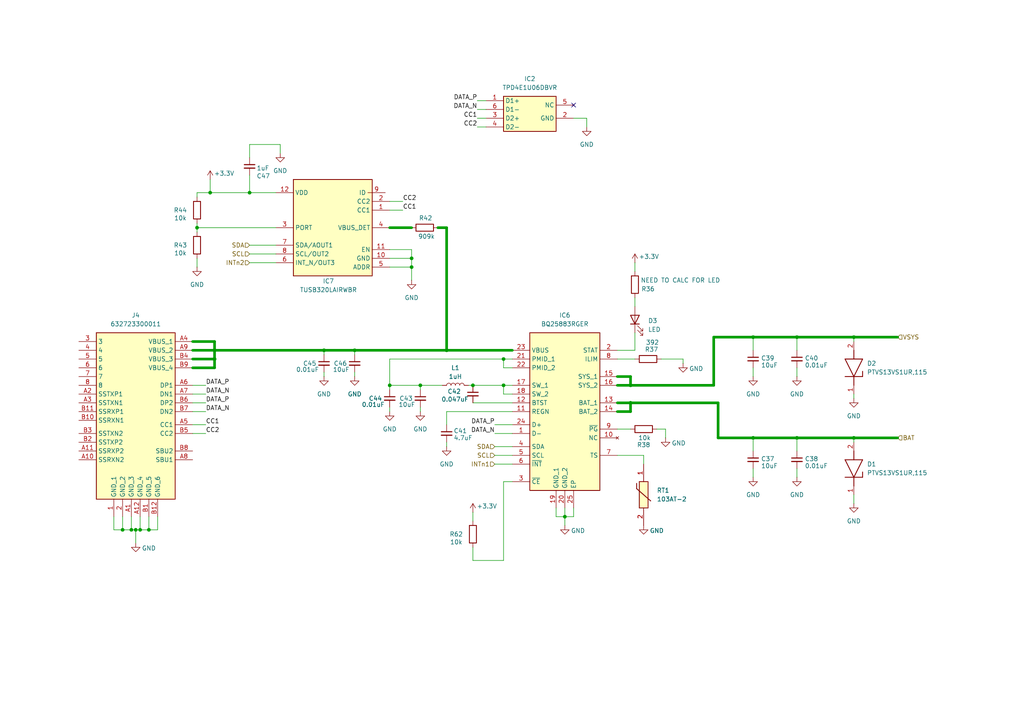
<source format=kicad_sch>
(kicad_sch (version 20250114) (generator "eeschema") (generator_version "9.0")
  (paper "A4")
  (lib_symbols
    (symbol "103AT-2:103AT-2" (pin_names (hide yes))
      (property "Reference" "RT" (at 13.97 6.35 0))
      (property "Value" "103AT-2" (at 13.97 3.81 0))
      (symbol "103AT-2_1_1"
        (rectangle (start 5.08 1.27) (end 12.7 -1.27) (stroke (width 0.254)) (fill (type background)))
        (polyline (pts (xy 5.588 -2.032) (xy 7.112 -2.032)) (stroke (width 0.254)))
        (polyline (pts (xy 10.668 2.032) (xy 7.112 -2.032)) (stroke (width 0.254)))
        (pin passive line (at 0 0 0) (length 5.08) (name "1") (number "1"))
        (pin passive line (at 17.78 0 180) (length 5.08) (name "2") (number "2"))
      )
    )
    (symbol "632723300011:632723300011"
      (property "Reference" "J3" (at 16.51 7.62 0))
      (property "Value" "632723300011" (at 16.51 5.08 0))
      (symbol "632723300011_1_1"
        (rectangle (start 5.08 2.54) (end 27.94 -45.72) (stroke (width 0.254)) (fill (type background)))
        (pin passive line (at 0 0 0) (length 5.08) (name "3") (number "3"))
        (pin passive line (at 0 -2.54 0) (length 5.08) (name "4") (number "4"))
        (pin passive line (at 0 -5.08 0) (length 5.08) (name "5") (number "5"))
        (pin passive line (at 0 -7.62 0) (length 5.08) (name "6") (number "6"))
        (pin passive line (at 0 -10.16 0) (length 5.08) (name "7") (number "7"))
        (pin passive line (at 0 -12.7 0) (length 5.08) (name "8") (number "8"))
        (pin passive line (at 0 -15.24 0) (length 5.08) (name "SSTXP1") (number "A2"))
        (pin passive line (at 0 -17.78 0) (length 5.08) (name "SSTXN1") (number "A3"))
        (pin passive line (at 0 -20.32 0) (length 5.08) (name "SSRXP1") (number "B11"))
        (pin passive line (at 0 -22.86 0) (length 5.08) (name "SSRXN1") (number "B10"))
        (pin passive line (at 0 -26.67 0) (length 5.08) (name "SSTXN2") (number "B3"))
        (pin passive line (at 0 -29.21 0) (length 5.08) (name "SSTXP2") (number "B2"))
        (pin passive line (at 0 -31.75 0) (length 5.08) (name "SSRXP2") (number "A11"))
        (pin passive line (at 0 -34.29 0) (length 5.08) (name "SSRXN2") (number "A10"))
        (pin passive line (at 10.16 -50.8 90) (length 5.08) (name "GND_1") (number "1"))
        (pin passive line (at 12.7 -50.8 90) (length 5.08) (name "GND_2") (number "2"))
        (pin passive line (at 15.24 -50.8 90) (length 5.08) (name "GND_3") (number "A1"))
        (pin passive line (at 17.78 -50.8 90) (length 5.08) (name "GND_4") (number "A12"))
        (pin passive line (at 20.32 -50.8 90) (length 5.08) (name "GND_5") (number "B1"))
        (pin passive line (at 22.86 -50.8 90) (length 5.08) (name "GND_6") (number "B12"))
        (pin passive line (at 33.02 0 180) (length 5.08) (name "VBUS_1") (number "A4"))
        (pin passive line (at 33.02 -2.54 180) (length 5.08) (name "VBUS_2") (number "A9"))
        (pin passive line (at 33.02 -5.08 180) (length 5.08) (name "VBUS_3") (number "B4"))
        (pin passive line (at 33.02 -7.62 180) (length 5.08) (name "VBUS_4") (number "B9"))
        (pin passive line (at 33.02 -12.7 180) (length 5.08) (name "DP1") (number "A6"))
        (pin passive line (at 33.02 -15.24 180) (length 5.08) (name "DN1") (number "A7"))
        (pin passive line (at 33.02 -17.78 180) (length 5.08) (name "DP2") (number "B6"))
        (pin passive line (at 33.02 -20.32 180) (length 5.08) (name "DN2") (number "B7"))
        (pin passive line (at 33.02 -24.13 180) (length 5.08) (name "CC1") (number "A5"))
        (pin passive line (at 33.02 -26.67 180) (length 5.08) (name "CC2") (number "B5"))
        (pin passive line (at 33.02 -31.75 180) (length 5.08) (name "SBU2") (number "B8"))
        (pin passive line (at 33.02 -34.29 180) (length 5.08) (name "SBU1") (number "A8"))
      )
    )
    (symbol "BQ25883RGER_1"
      (property "Reference" "IC6" (at 15.24 19.05 0))
      (property "Value" "BQ25883RGER" (at 15.24 16.51 0))
      (symbol "BQ25883RGER_1_1_1"
        (rectangle (start 5.08 13.97) (end 25.4 -31.75) (stroke (width 0.254)) (fill (type background)))
        (pin passive line (at 0 8.89 0) (length 5.08) (name "VBUS") (number "23"))
        (pin passive line (at 0 6.35 0) (length 5.08) (name "PMID_1") (number "21"))
        (pin passive line (at 0 3.81 0) (length 5.08) (name "PMID_2") (number "22"))
        (pin passive line (at 0 -1.27 0) (length 5.08) (name "SW_1") (number "17"))
        (pin passive line (at 0 -3.81 0) (length 5.08) (name "SW_2") (number "18"))
        (pin passive line (at 0 -6.35 0) (length 5.08) (name "BTST") (number "12"))
        (pin passive line (at 0 -8.89 0) (length 5.08) (name "REGN") (number "11"))
        (pin passive line (at 0 -12.7 0) (length 5.08) (name "D+") (number "24"))
        (pin passive line (at 0 -15.24 0) (length 5.08) (name "D-") (number "1"))
        (pin passive line (at 0 -19.05 0) (length 5.08) (name "SDA") (number "4"))
        (pin passive line (at 0 -21.59 0) (length 5.08) (name "SCL") (number "5"))
        (pin passive line (at 0 -24.13 0) (length 5.08) (name "~{INT}") (number "6"))
        (pin passive line (at 0 -29.21 0) (length 5.08) (name "~{CE}") (number "3"))
        (pin passive line (at 12.7 -36.83 90) (length 5.08) (name "GND_1") (number "19"))
        (pin passive line (at 15.24 -36.83 90) (length 5.08) (name "GND_2") (number "20"))
        (pin passive line (at 17.78 -36.83 90) (length 5.08) (name "EP") (number "25"))
        (pin passive line (at 30.48 8.89 180) (length 5.08) (name "STAT") (number "2"))
        (pin passive line (at 30.48 6.35 180) (length 5.08) (name "ILIM") (number "8"))
        (pin passive line (at 30.48 1.27 180) (length 5.08) (name "SYS_1") (number "15"))
        (pin passive line (at 30.48 -1.27 180) (length 5.08) (name "SYS_2") (number "16"))
        (pin passive line (at 30.48 -6.35 180) (length 5.08) (name "BAT_1") (number "13"))
        (pin passive line (at 30.48 -8.89 180) (length 5.08) (name "BAT_2") (number "14"))
        (pin passive line (at 30.48 -13.97 180) (length 5.08) (name "~{PG}") (number "9"))
        (pin no_connect line (at 30.48 -16.51 180) (length 5.08) (name "NC") (number "10"))
        (pin passive line (at 30.48 -21.59 180) (length 5.08) (name "TS") (number "7"))
      )
    )
    (symbol "Device:C_Small" (pin_numbers (hide yes)) (pin_names (offset 0.254) (hide yes))
      (property "Reference" "C" (at 0.254 1.778 0))
      (property "Value" "C_Small" (at 0.254 -2.032 0))
      (symbol "C_Small_0_1"
        (polyline (pts (xy -1.524 0.508) (xy 1.524 0.508)) (stroke (width 0.3048)))
        (polyline (pts (xy -1.524 -0.508) (xy 1.524 -0.508)) (stroke (width 0.3302)))
      )
      (symbol "C_Small_1_1"
        (pin passive line (at 0 2.54 270) (length 2.032) (name "~") (number "1"))
        (pin passive line (at 0 -2.54 90) (length 2.032) (name "~") (number "2"))
      )
    )
    (symbol "Device:L" (pin_numbers (hide yes)) (pin_names (offset 1.016) (hide yes))
      (property "Reference" "L" (at -1.27 0 90))
      (property "Value" "L" (at 1.905 0 90))
      (symbol "L_0_1"
        (arc (start 0 2.54) (mid 0.6323 1.905) (end 0 1.27))
        (arc (start 0 1.27) (mid 0.6323 0.635) (end 0 0))
        (arc (start 0 0) (mid 0.6323 -0.635) (end 0 -1.27))
        (arc (start 0 -1.27) (mid 0.6323 -1.905) (end 0 -2.54))
      )
      (symbol "L_1_1"
        (pin passive line (at 0 3.81 270) (length 1.27) (name "1") (number "1"))
        (pin passive line (at 0 -3.81 90) (length 1.27) (name "2") (number "2"))
      )
    )
    (symbol "Device:LED" (pin_numbers (hide yes)) (pin_names (offset 1.016) (hide yes))
      (property "Reference" "D" (at 0 2.54 0))
      (property "Value" "LED" (at 0 -2.54 0))
      (symbol "LED_0_1"
        (polyline (pts (xy -3.048 -0.762) (xy -4.572 -2.286) (xy -3.81 -2.286) (xy -4.572 -2.286) (xy -4.572 -1.524)))
        (polyline (pts (xy -1.778 -0.762) (xy -3.302 -2.286) (xy -2.54 -2.286) (xy -3.302 -2.286) (xy -3.302 -1.524)))
        (polyline (pts (xy -1.27 0) (xy 1.27 0)))
        (polyline (pts (xy -1.27 -1.27) (xy -1.27 1.27)) (stroke (width 0.254)))
        (polyline (pts (xy 1.27 -1.27) (xy 1.27 1.27) (xy -1.27 0) (xy 1.27 -1.27)) (stroke (width 0.254)))
      )
      (symbol "LED_1_1"
        (pin passive line (at -3.81 0 0) (length 2.54) (name "K") (number "1"))
        (pin passive line (at 3.81 0 180) (length 2.54) (name "A") (number "2"))
      )
    )
    (symbol "Device:R" (pin_numbers (hide yes)) (pin_names (offset 0))
      (property "Reference" "R" (at 2.032 0 90))
      (property "Value" "R" (at 0 0 90))
      (symbol "R_0_1"
        (rectangle (start -1.016 -2.54) (end 1.016 2.54) (stroke (width 0.254)))
      )
      (symbol "R_1_1"
        (pin passive line (at 0 3.81 270) (length 1.27) (name "~") (number "1"))
        (pin passive line (at 0 -3.81 90) (length 1.27) (name "~") (number "2"))
      )
    )
    (symbol "PTVS13VS1UR_115:PTVS13VS1UR,115" (pin_names (hide yes))
      (property "Reference" "D" (at 10.16 8.89 0))
      (property "Value" "PTVS13VS1UR,115" (at 10.16 6.35 0))
      (symbol "PTVS13VS1UR,115_1_1"
        (polyline (pts (xy 2.54 0) (xy 5.08 0)) (stroke (width 0.254)))
        (polyline (pts (xy 5.08 2.54) (xy 5.08 -2.54)) (stroke (width 0.254)))
        (polyline (pts (xy 5.08 0) (xy 10.16 2.54)) (stroke (width 0.254)))
        (polyline (pts (xy 5.08 -2.54) (xy 6.604 -2.54)) (stroke (width 0.254)))
        (polyline (pts (xy 10.16 -2.54) (xy 5.08 0)) (stroke (width 0.254)))
        (polyline (pts (xy 10.16 -2.54) (xy 10.16 2.54)) (stroke (width 0.254)))
        (polyline (pts (xy 12.7 0) (xy 10.16 0)) (stroke (width 0.254)))
        (pin passive line (at 0 0 0) (length 2.54) (name "K") (number "1"))
        (pin passive line (at 15.24 0 180) (length 2.54) (name "A") (number "2"))
      )
    )
    (symbol "TPD4E1U06DBVR:TPD4E1U06DBVR"
      (property "Reference" "IC2" (at 12.7 7.62 0))
      (property "Value" "TPD4E1U06DBVR" (at 12.7 5.08 0))
      (symbol "TPD4E1U06DBVR_1_1"
        (rectangle (start 5.08 2.54) (end 20.32 -7.62) (stroke (width 0.254)) (fill (type background)))
        (pin passive line (at 0 1.27 0) (length 5.08) (name "D1+") (number "1"))
        (pin passive line (at 0 -1.27 0) (length 5.08) (name "D1-") (number "6"))
        (pin passive line (at 0 -3.81 0) (length 5.08) (name "D2+") (number "3"))
        (pin passive line (at 0 -6.35 0) (length 5.08) (name "D2-") (number "4"))
        (pin no_connect line (at 25.4 0 180) (length 5.08) (name "NC") (number "5"))
        (pin passive line (at 25.4 -3.81 180) (length 5.08) (name "GND") (number "2"))
      )
    )
    (symbol "TUSB320LAIRWBR:TUSB320LAIRWBR"
      (property "Reference" "IC7" (at 15.24 -19.304 0))
      (property "Value" "TUSB320LAIRWBR" (at 15.24 -21.844 0))
      (symbol "TUSB320LAIRWBR_1_1"
        (rectangle (start 5.08 10.16) (end 27.94 -17.78) (stroke (width 0.254)) (fill (type background)))
        (pin passive line (at 0 6.35 0) (length 5.08) (name "VDD") (number "12"))
        (pin passive line (at 0 -3.81 0) (length 5.08) (name "PORT") (number "3"))
        (pin passive line (at 0 -8.89 0) (length 5.08) (name "SDA/AOUT1") (number "7"))
        (pin passive line (at 0 -11.43 0) (length 5.08) (name "SCL/OUT2") (number "8"))
        (pin passive line (at 0 -13.97 0) (length 5.08) (name "INT_N/OUT3") (number "6"))
        (pin passive line (at 31.75 6.35 180) (length 5.08) (name "ID") (number "9"))
        (pin passive line (at 33.02 3.81 180) (length 5.08) (name "CC2") (number "2"))
        (pin passive line (at 33.02 1.27 180) (length 5.08) (name "CC1") (number "1"))
        (pin passive line (at 33.02 -3.81 180) (length 5.08) (name "VBUS_DET") (number "4"))
        (pin passive line (at 33.02 -10.16 180) (length 5.08) (name "EN") (number "11"))
        (pin passive line (at 33.02 -12.7 180) (length 5.08) (name "GND") (number "10"))
        (pin passive line (at 33.02 -15.24 180) (length 5.08) (name "ADDR") (number "5"))
      )
    )
    (symbol "power:+3.3V" (power) (pin_numbers (hide yes)) (pin_names (offset 0) (hide yes))
      (property "Value" "+3.3V" (at 0 3.556 0))
      (symbol "+3.3V_0_1"
        (polyline (pts (xy -0.762 1.27) (xy 0 2.54)))
        (polyline (pts (xy 0 2.54) (xy 0.762 1.27)))
        (polyline (pts (xy 0 0) (xy 0 2.54)))
      )
      (symbol "+3.3V_1_1"
        (pin power_in line (at 0 0 90) (length 0) (name "~") (number "1"))
      )
    )
    (symbol "power:GND" (power) (pin_numbers (hide yes)) (pin_names (offset 0) (hide yes))
      (property "Value" "GND" (at 0 -3.81 0))
      (symbol "GND_0_1"
        (polyline (pts (xy 0 0) (xy 0 -1.27) (xy 1.27 -1.27) (xy 0 -2.54) (xy -1.27 -1.27) (xy 0 -1.27)))
      )
      (symbol "GND_1_1"
        (pin power_in line (at 0 0 270) (length 0) (name "~") (number "1"))
      )
    )
  )
  (junction (at 35.56 153.67))
  (junction (at 121.92 111.76))
  (junction (at 137.16 111.76))
  (junction (at 62.23 104.14))
  (junction (at 43.18 153.67))
  (junction (at 39.37 153.67))
  (junction (at 60.96 55.88))
  (junction (at 102.87 101.6))
  (junction (at 182.88 111.76))
  (junction (at 247.65 127))
  (junction (at 40.64 153.67))
  (junction (at 218.44 127))
  (junction (at 113.03 111.76))
  (junction (at 182.88 116.84))
  (junction (at 62.23 101.6))
  (junction (at 93.98 101.6))
  (junction (at 146.05 104.14))
  (junction (at 218.44 97.79))
  (junction (at 119.38 77.47))
  (junction (at 57.15 66.04))
  (junction (at 163.83 149.86))
  (junction (at 72.39 55.88))
  (junction (at 231.14 97.79))
  (junction (at 38.1 153.67))
  (junction (at 247.65 97.79))
  (junction (at 231.14 127))
  (junction (at 146.05 111.76))
  (junction (at 119.38 74.93))
  (junction (at 129.54 101.6))
  (no_connect (at 166.37 30.48))
  (wire (pts (xy 170.18 34.29) (xy 170.18 36.83)))
  (wire (pts (xy 137.16 111.76) (xy 146.05 111.76)))
  (wire (pts (xy 135.89 111.76) (xy 137.16 111.76)))
  (wire (pts (xy 72.39 73.66) (xy 80.01 73.66)))
  (wire (pts (xy 62.23 101.6) (xy 93.98 101.6)) (stroke (width 0.762)))
  (wire (pts (xy 148.59 139.7) (xy 146.05 139.7)))
  (wire (pts (xy 166.37 149.86) (xy 163.83 149.86)))
  (wire (pts (xy 55.88 111.76) (xy 59.69 111.76)))
  (wire (pts (xy 146.05 104.14) (xy 113.03 104.14)))
  (wire (pts (xy 146.05 106.68) (xy 146.05 104.14)))
  (wire (pts (xy 179.07 111.76) (xy 182.88 111.76)) (stroke (width 0.762)))
  (wire (pts (xy 231.14 97.79) (xy 228.6 97.79)))
  (wire (pts (xy 148.59 114.3) (xy 146.05 114.3)))
  (wire (pts (xy 138.43 36.83) (xy 140.97 36.83)))
  (wire (pts (xy 113.03 77.47) (xy 119.38 77.47)))
  (wire (pts (xy 231.14 130.81) (xy 231.14 127)))
  (wire (pts (xy 113.03 104.14) (xy 113.03 111.76)))
  (wire (pts (xy 137.16 162.56) (xy 146.05 162.56)))
  (wire (pts (xy 55.88 114.3) (xy 59.69 114.3)))
  (wire (pts (xy 137.16 116.84) (xy 148.59 116.84)))
  (wire (pts (xy 102.87 107.95) (xy 102.87 109.22)))
  (wire (pts (xy 231.14 97.79) (xy 247.65 97.79)) (stroke (width 0.762)))
  (wire (pts (xy 143.51 129.54) (xy 148.59 129.54)))
  (wire (pts (xy 218.44 127) (xy 231.14 127)) (stroke (width 0.762)))
  (wire (pts (xy 72.39 50.8) (xy 72.39 55.88)))
  (wire (pts (xy 247.65 97.79) (xy 260.35 97.79)) (stroke (width 0.762)))
  (wire (pts (xy 113.03 58.42) (xy 116.84 58.42)))
  (wire (pts (xy 113.03 111.76) (xy 113.03 113.03)))
  (wire (pts (xy 146.05 114.3) (xy 146.05 111.76)))
  (wire (pts (xy 231.14 127) (xy 228.6 127)))
  (wire (pts (xy 57.15 57.15) (xy 57.15 55.88)))
  (wire (pts (xy 55.88 116.84) (xy 59.69 116.84)))
  (wire (pts (xy 33.02 153.67) (xy 35.56 153.67)))
  (wire (pts (xy 62.23 106.68) (xy 55.88 106.68)) (stroke (width 0.762)))
  (wire (pts (xy 35.56 153.67) (xy 38.1 153.67)))
  (wire (pts (xy 93.98 101.6) (xy 93.98 102.87)))
  (wire (pts (xy 179.07 104.14) (xy 184.15 104.14)))
  (wire (pts (xy 143.51 132.08) (xy 148.59 132.08)))
  (wire (pts (xy 72.39 71.12) (xy 80.01 71.12)))
  (wire (pts (xy 57.15 74.93) (xy 57.15 77.47)))
  (wire (pts (xy 38.1 153.67) (xy 39.37 153.67)))
  (wire (pts (xy 113.03 60.96) (xy 116.84 60.96)))
  (wire (pts (xy 129.54 129.54) (xy 129.54 128.27)))
  (wire (pts (xy 128.27 111.76) (xy 121.92 111.76)))
  (wire (pts (xy 113.03 72.39) (xy 119.38 72.39)))
  (wire (pts (xy 119.38 74.93) (xy 119.38 77.47)))
  (wire (pts (xy 182.88 116.84) (xy 182.88 119.38)) (stroke (width 0.762)))
  (wire (pts (xy 179.07 101.6) (xy 184.15 101.6)))
  (wire (pts (xy 208.28 127) (xy 218.44 127)) (stroke (width 0.762)))
  (wire (pts (xy 138.43 34.29) (xy 140.97 34.29)))
  (wire (pts (xy 179.07 119.38) (xy 182.88 119.38)) (stroke (width 0.762)))
  (wire (pts (xy 72.39 76.2) (xy 80.01 76.2)))
  (wire (pts (xy 163.83 149.86) (xy 163.83 147.32)))
  (wire (pts (xy 247.65 97.79) (xy 247.65 99.06)))
  (wire (pts (xy 43.18 149.86) (xy 43.18 153.67)))
  (wire (pts (xy 40.64 149.86) (xy 40.64 153.67)))
  (wire (pts (xy 247.65 127) (xy 247.65 128.27)))
  (wire (pts (xy 182.88 109.22) (xy 179.07 109.22)) (stroke (width 0.762)))
  (wire (pts (xy 80.01 55.88) (xy 72.39 55.88)))
  (wire (pts (xy 127 66.04) (xy 129.54 66.04)) (stroke (width 0.762)))
  (wire (pts (xy 182.88 111.76) (xy 182.88 109.22)) (stroke (width 0.762)))
  (wire (pts (xy 113.03 118.11) (xy 113.03 119.38)))
  (wire (pts (xy 148.59 119.38) (xy 129.54 119.38)))
  (wire (pts (xy 161.29 149.86) (xy 163.83 149.86)))
  (wire (pts (xy 119.38 77.47) (xy 119.38 81.28)))
  (wire (pts (xy 81.28 41.91) (xy 81.28 44.45)))
  (wire (pts (xy 60.96 55.88) (xy 60.96 52.07)))
  (wire (pts (xy 121.92 111.76) (xy 121.92 113.03)))
  (wire (pts (xy 208.28 116.84) (xy 208.28 127)) (stroke (width 0.762)))
  (wire (pts (xy 247.65 143.51) (xy 247.65 146.05)))
  (wire (pts (xy 231.14 135.89) (xy 231.14 138.43)))
  (wire (pts (xy 72.39 55.88) (xy 60.96 55.88)))
  (wire (pts (xy 93.98 101.6) (xy 102.87 101.6)) (stroke (width 0.762)))
  (wire (pts (xy 193.04 124.46) (xy 193.04 127)))
  (wire (pts (xy 190.5 124.46) (xy 193.04 124.46)))
  (wire (pts (xy 55.88 101.6) (xy 62.23 101.6)) (stroke (width 0.762)))
  (wire (pts (xy 218.44 97.79) (xy 231.14 97.79)) (stroke (width 0.762)))
  (wire (pts (xy 72.39 41.91) (xy 81.28 41.91)))
  (wire (pts (xy 55.88 119.38) (xy 59.69 119.38)))
  (wire (pts (xy 55.88 123.19) (xy 59.69 123.19)))
  (wire (pts (xy 45.72 153.67) (xy 43.18 153.67)))
  (wire (pts (xy 129.54 101.6) (xy 148.59 101.6)) (stroke (width 0.762)))
  (wire (pts (xy 40.64 153.67) (xy 39.37 153.67)))
  (wire (pts (xy 182.88 111.76) (xy 207.01 111.76)) (stroke (width 0.762)))
  (wire (pts (xy 129.54 119.38) (xy 129.54 123.19)))
  (wire (pts (xy 143.51 125.73) (xy 148.59 125.73)))
  (wire (pts (xy 102.87 101.6) (xy 129.54 101.6)) (stroke (width 0.762)))
  (wire (pts (xy 247.65 127) (xy 260.35 127)) (stroke (width 0.762)))
  (wire (pts (xy 62.23 99.06) (xy 55.88 99.06)) (stroke (width 0.762)))
  (wire (pts (xy 191.77 104.14) (xy 198.12 104.14)))
  (wire (pts (xy 62.23 104.14) (xy 62.23 106.68)) (stroke (width 0.762)))
  (wire (pts (xy 146.05 104.14) (xy 148.59 104.14)))
  (wire (pts (xy 231.14 106.68) (xy 231.14 109.22)))
  (wire (pts (xy 62.23 101.6) (xy 62.23 99.06)) (stroke (width 0.762)))
  (wire (pts (xy 121.92 111.76) (xy 113.03 111.76)))
  (wire (pts (xy 143.51 123.19) (xy 148.59 123.19)))
  (wire (pts (xy 186.69 132.08) (xy 186.69 134.62)))
  (wire (pts (xy 218.44 130.81) (xy 218.44 127)))
  (wire (pts (xy 218.44 109.22) (xy 218.44 106.68)))
  (wire (pts (xy 207.01 97.79) (xy 207.01 111.76)) (stroke (width 0.762)))
  (wire (pts (xy 38.1 149.86) (xy 38.1 153.67)))
  (wire (pts (xy 218.44 138.43) (xy 218.44 135.89)))
  (wire (pts (xy 146.05 111.76) (xy 148.59 111.76)))
  (wire (pts (xy 161.29 147.32) (xy 161.29 149.86)))
  (wire (pts (xy 62.23 101.6) (xy 62.23 104.14)) (stroke (width 0.762)))
  (wire (pts (xy 184.15 76.2) (xy 184.15 78.74)))
  (wire (pts (xy 146.05 139.7) (xy 146.05 162.56)))
  (wire (pts (xy 166.37 34.29) (xy 170.18 34.29)))
  (wire (pts (xy 43.18 153.67) (xy 40.64 153.67)))
  (wire (pts (xy 137.16 162.56) (xy 137.16 158.75)))
  (wire (pts (xy 184.15 96.52) (xy 184.15 101.6)))
  (wire (pts (xy 223.52 97.79) (xy 218.44 97.79)))
  (wire (pts (xy 57.15 64.77) (xy 57.15 66.04)))
  (wire (pts (xy 138.43 31.75) (xy 140.97 31.75)))
  (wire (pts (xy 148.59 106.68) (xy 146.05 106.68)))
  (wire (pts (xy 57.15 66.04) (xy 57.15 67.31)))
  (wire (pts (xy 184.15 86.36) (xy 184.15 88.9)))
  (wire (pts (xy 39.37 153.67) (xy 39.37 157.48)))
  (wire (pts (xy 143.51 134.62) (xy 148.59 134.62)))
  (wire (pts (xy 163.83 149.86) (xy 163.83 152.4)))
  (wire (pts (xy 113.03 66.04) (xy 119.38 66.04)) (stroke (width 0.762)))
  (wire (pts (xy 179.07 132.08) (xy 186.69 132.08)))
  (wire (pts (xy 198.12 104.14) (xy 198.12 105.41)))
  (wire (pts (xy 207.01 97.79) (xy 218.44 97.79)) (stroke (width 0.762)))
  (wire (pts (xy 93.98 107.95) (xy 93.98 109.22)))
  (wire (pts (xy 138.43 29.21) (xy 140.97 29.21)))
  (wire (pts (xy 231.14 127) (xy 247.65 127)) (stroke (width 0.762)))
  (wire (pts (xy 129.54 101.6) (xy 129.54 66.04)) (stroke (width 0.762)))
  (wire (pts (xy 45.72 149.86) (xy 45.72 153.67)))
  (wire (pts (xy 72.39 41.91) (xy 72.39 45.72)))
  (wire (pts (xy 35.56 149.86) (xy 35.56 153.67)))
  (wire (pts (xy 223.52 127) (xy 218.44 127)))
  (wire (pts (xy 137.16 148.59) (xy 137.16 151.13)))
  (wire (pts (xy 113.03 74.93) (xy 119.38 74.93)))
  (wire (pts (xy 218.44 101.6) (xy 218.44 97.79)))
  (wire (pts (xy 231.14 101.6) (xy 231.14 97.79)))
  (wire (pts (xy 57.15 66.04) (xy 80.01 66.04)))
  (wire (pts (xy 55.88 104.14) (xy 62.23 104.14)) (stroke (width 0.762)))
  (wire (pts (xy 121.92 118.11) (xy 121.92 119.38)))
  (wire (pts (xy 119.38 72.39) (xy 119.38 74.93)))
  (wire (pts (xy 247.65 114.3) (xy 247.65 115.57)))
  (wire (pts (xy 179.07 124.46) (xy 182.88 124.46)))
  (wire (pts (xy 33.02 149.86) (xy 33.02 153.67)))
  (wire (pts (xy 179.07 116.84) (xy 182.88 116.84)) (stroke (width 0.762)))
  (wire (pts (xy 102.87 101.6) (xy 102.87 102.87)))
  (wire (pts (xy 182.88 116.84) (xy 208.28 116.84)) (stroke (width 0.762)))
  (wire (pts (xy 166.37 147.32) (xy 166.37 149.86)))
  (wire (pts (xy 55.88 125.73) (xy 59.69 125.73)))
  (wire (pts (xy 57.15 55.88) (xy 60.96 55.88)))
  (label "DATA_N" (at 138.43 31.75 180))
  (label "DATA_P" (at 143.51 123.19 180))
  (label "DATA_N" (at 59.69 114.3 0))
  (label "DATA_P" (at 59.69 116.84 0))
  (label "CC2" (at 138.43 36.83 180))
  (label "DATA_N" (at 143.51 125.73 180))
  (label "DATA_P" (at 59.69 111.76 0))
  (label "CC1" (at 116.84 60.96 0))
  (label "DATA_P" (at 138.43 29.21 180))
  (label "CC2" (at 59.69 125.73 0))
  (label "CC1" (at 59.69 123.19 0))
  (label "CC2" (at 116.84 58.42 0))
  (label "CC1" (at 138.43 34.29 180))
  (label "DATA_N" (at 59.69 119.38 0))
  (hierarchical_label "VSYS" (shape input) (at 260.35 97.79 0))
  (hierarchical_label "INTn2" (shape input) (at 72.39 76.2 180))
  (hierarchical_label "SDA" (shape input) (at 143.51 129.54 180))
  (hierarchical_label "BAT" (shape input) (at 260.35 127 0))
  (hierarchical_label "SCL" (shape input) (at 143.51 132.08 180))
  (hierarchical_label "SDA" (shape input) (at 72.39 71.12 180))
  (hierarchical_label "INTn1" (shape input) (at 143.51 134.62 180))
  (hierarchical_label "SCL" (shape input) (at 72.39 73.66 180))
  (symbol (lib_id "power:GND") (at 198.12 105.41 0) (unit 1)
    (property "Reference" "#PWR062" (effects (hide yes)))
    (property "Value" "GND" (at 201.93 106.934 0))
    (property "Description" "Power symbol creates a global label with name \"GND\" , ground" (effects (hide yes)))
  )
  (symbol (lib_id "power:GND") (at 247.65 146.05 0) (unit 1)
    (property "Reference" "#PWR056" (effects (hide yes)))
    (property "Value" "GND" (at 247.65 151.13 0))
    (property "Description" "Power symbol creates a global label with name \"GND\" , ground" (effects (hide yes)))
  )
  (symbol (lib_id "power:GND") (at 81.28 44.45 0) (unit 1)
    (property "Reference" "#PWR076" (effects (hide yes)))
    (property "Value" "GND" (at 81.28 49.53 0))
    (property "Description" "Power symbol creates a global label with name \"GND\" , ground" (effects (hide yes)))
  )
  (symbol (lib_id "Device:R") (at 184.15 82.55 180) (unit 1)
    (property "Reference" "R36" (at 187.96 83.82 0))
    (property "Value" "NEED TO CALC FOR LED" (at 197.358 81.28 0))
    (property "Description" "Resistor" (effects (hide yes)))
  )
  (symbol (lib_id "power:GND") (at 119.38 81.28 0) (unit 1)
    (property "Reference" "#PWR074" (effects (hide yes)))
    (property "Value" "GND" (at 119.38 86.36 0))
    (property "Description" "Power symbol creates a global label with name \"GND\" , ground" (effects (hide yes)))
  )
  (symbol (lib_id "Device:C_Small") (at 102.87 105.41 0) (unit 1)
    (property "Reference" "C46" (at 96.774 105.41 0) (effects (justify left)))
    (property "Value" "10uF" (at 96.52 107.188 0) (effects (justify left)))
    (property "Description" "Unpolarized capacitor, small symbol" (effects (hide yes)))
  )
  (symbol (lib_id "Device:C_Small") (at 121.92 115.57 0) (unit 1)
    (property "Reference" "C43" (at 115.824 115.57 0) (effects (justify left)))
    (property "Value" "10uF" (at 115.57 117.348 0) (effects (justify left)))
    (property "Description" "Unpolarized capacitor, small symbol" (effects (hide yes)))
  )
  (symbol (lib_id "Device:C_Small") (at 129.54 125.73 0) (unit 1)
    (property "Reference" "C41" (at 131.572 124.968 0) (effects (justify left)))
    (property "Value" "4.7uF" (at 131.572 127 0) (effects (justify left)))
    (property "Description" "Unpolarized capacitor, small symbol" (effects (hide yes)))
  )
  (symbol (lib_id "Device:R") (at 123.19 66.04 270) (unit 1)
    (property "Reference" "R42" (at 123.444 63.246 90))
    (property "Value" "909k" (at 123.698 68.58 90))
    (property "Description" "Resistor" (effects (hide yes)))
  )
  (symbol (lib_id "Device:R") (at 57.15 60.96 0) (unit 1)
    (property "Reference" "R44" (at 52.324 60.96 0))
    (property "Value" "10k" (at 52.324 63.246 0))
    (property "Description" "Resistor" (effects (hide yes)))
  )
  (symbol (lib_id "power:GND") (at 186.69 152.4 0) (unit 1)
    (property "Reference" "#PWR064" (effects (hide yes)))
    (property "Value" "GND" (at 190.5 153.924 0))
    (property "Description" "Power symbol creates a global label with name \"GND\" , ground" (effects (hide yes)))
  )
  (symbol (lib_id "632723300011:632723300011") (at 22.86 99.06 0) (unit 1)
    (property "Reference" "J4" (at 39.37 91.44 0))
    (property "Value" "632723300011" (at 39.37 93.98 0))
    (property "Footprint" "632723300011" (effects (hide yes)))
    (property "Datasheet" "http://katalog.we-online.de/em/datasheet/632723x00011.pdf" (effects (hide yes)))
    (property "Description" "USB Connectors WR-COM USB3.1 Type C SuperSpeed+ Rcpt" (effects (hide yes)))
    (property "Height" "2" (effects (hide yes)))
    (property "Mouser Part Number" "710-632723300011" (effects (hide yes)))
    (property "Mouser Price/Stock" "https://www.mouser.co.uk/ProductDetail/Wurth-Elektronik/632723300011?qs=NK6InXoXhq4%252B5eM1PePLPg%3D%3D" (effects (hide yes)))
    (property "Manufacturer_Name" "Wurth Elektronik" (effects (hide yes)))
    (property "Manufacturer_Part_Number" "632723300011" (effects (hide yes)))
  )
  (symbol (lib_id "power:GND") (at 129.54 129.54 0) (unit 1)
    (property "Reference" "#PWR067" (effects (hide yes)))
    (property "Value" "GND" (at 129.54 134.62 0))
    (property "Description" "Power symbol creates a global label with name \"GND\" , ground" (effects (hide yes)))
  )
  (symbol (lib_id "PTVS13VS1UR_115:PTVS13VS1UR,115") (at 247.65 114.3 90) (unit 1)
    (property "Reference" "D2" (at 251.46 105.4099 90) (effects (justify right)))
    (property "Value" "PTVS13VS1UR,115" (at 251.46 107.9499 90) (effects (justify right)))
    (property "Footprint" "SOD123W" (effects (hide yes)))
    (property "Datasheet" "https://assets.nexperia.com/documents/data-sheet/PTVSXS1UR_SER.pdf" (effects (hide yes)))
    (property "Description" "PTVSxS1UR series - 400 W Transient Voltage Suppressor" (effects (hide yes)))
    (property "Mouser Part Number" "771-PTVS13VS1UR115" (effects (hide yes)))
    (property "Mouser Price/Stock" "https://www.mouser.co.uk/ProductDetail/Nexperia/PTVS13VS1UR115?qs=LMSg3oBIm%2FhUJXxROXWM%252Bg%3D%3D" (effects (hide yes)))
    (property "Manufacturer_Name" "Nexperia" (effects (hide yes)))
    (property "Manufacturer_Part_Number" "PTVS13VS1UR,115" (effects (hide yes)))
  )
  (symbol (lib_id "Device:C_Small") (at 137.16 114.3 0) (unit 1)
    (property "Reference" "C42" (at 129.794 113.538 0) (effects (justify left)))
    (property "Value" "0.047uF" (at 128.016 115.824 0) (effects (justify left)))
    (property "Description" "Unpolarized capacitor, small symbol" (effects (hide yes)))
  )
  (symbol (lib_id "103AT-2:103AT-2") (at 186.69 134.62 270) (unit 1)
    (property "Reference" "RT1" (at 190.5 142.2399 90) (effects (justify left)))
    (property "Value" "103AT-2" (at 190.5 144.7799 90) (effects (justify left)))
    (property "Footprint" "103AT2" (effects (hide yes)))
    (property "Datasheet" "https://www.semitec-global.com/uploads/2022/01/P12-13-AT-Thermistor.pdf" (effects (hide yes)))
    (property "Description" "NTC (Negative Temperature Coefficient) Thermistors 10kohm 1%" (effects (hide yes)))
    (property "Height" "9.5" (effects (hide yes)))
    (property "Mouser Part Number" "954-103AT-2" (effects (hide yes)))
    (property "Mouser Price/Stock" "https://www.mouser.co.uk/ProductDetail/Semitec/103AT-2?qs=wgO0AD0o1vvcDzsKguD%252Bew%3D%3D" (effects (hide yes)))
    (property "Manufacturer_Name" "Semitec" (effects (hide yes)))
    (property "Manufacturer_Part_Number" "103AT-2" (effects (hide yes)))
  )
  (symbol (lib_id "Device:R") (at 186.69 124.46 270) (unit 1)
    (property "Reference" "R38" (at 186.69 129.032 90))
    (property "Value" "10k" (at 186.944 127 90))
    (property "Description" "Resistor" (effects (hide yes)))
  )
  (symbol (lib_id "Device:R") (at 137.16 154.94 0) (unit 1)
    (property "Reference" "R62" (at 132.334 154.94 0))
    (property "Value" "10k" (at 132.334 157.226 0))
    (property "Description" "Resistor" (effects (hide yes)))
  )
  (symbol (lib_id "power:GND") (at 93.98 109.22 0) (unit 1)
    (property "Reference" "#PWR070" (effects (hide yes)))
    (property "Value" "GND" (at 93.98 114.3 0))
    (property "Description" "Power symbol creates a global label with name \"GND\" , ground" (effects (hide yes)))
  )
  (symbol (lib_id "power:GND") (at 39.37 157.48 0) (unit 1)
    (property "Reference" "#PWR072" (effects (hide yes)))
    (property "Value" "GND" (at 43.18 159.004 0))
    (property "Description" "Power symbol creates a global label with name \"GND\" , ground" (effects (hide yes)))
  )
  (symbol (lib_id "power:GND") (at 170.18 36.83 0) (unit 1)
    (property "Reference" "#PWR073" (effects (hide yes)))
    (property "Value" "GND" (at 170.18 41.91 0))
    (property "Description" "Power symbol creates a global label with name \"GND\" , ground" (effects (hide yes)))
  )
  (symbol (lib_id "power:GND") (at 231.14 138.43 0) (unit 1)
    (property "Reference" "#PWR053" (effects (hide yes)))
    (property "Value" "GND" (at 231.14 143.51 0))
    (property "Description" "Power symbol creates a global label with name \"GND\" , ground" (effects (hide yes)))
  )
  (symbol (lib_id "PTVS13VS1UR_115:PTVS13VS1UR,115") (at 247.65 143.51 90) (unit 1)
    (property "Reference" "D1" (at 251.46 134.6199 90) (effects (justify right)))
    (property "Value" "PTVS13VS1UR,115" (at 251.46 137.1599 90) (effects (justify right)))
    (property "Footprint" "SOD123W" (effects (hide yes)))
    (property "Datasheet" "https://assets.nexperia.com/documents/data-sheet/PTVSXS1UR_SER.pdf" (effects (hide yes)))
    (property "Description" "PTVSxS1UR series - 400 W Transient Voltage Suppressor" (effects (hide yes)))
    (property "Mouser Part Number" "771-PTVS13VS1UR115" (effects (hide yes)))
    (property "Mouser Price/Stock" "https://www.mouser.co.uk/ProductDetail/Nexperia/PTVS13VS1UR115?qs=LMSg3oBIm%2FhUJXxROXWM%252Bg%3D%3D" (effects (hide yes)))
    (property "Manufacturer_Name" "Nexperia" (effects (hide yes)))
    (property "Manufacturer_Part_Number" "PTVS13VS1UR,115" (effects (hide yes)))
  )
  (symbol (lib_id "Device:L") (at 132.08 111.76 90) (unit 1)
    (property "Reference" "L1" (at 132.08 106.68 90))
    (property "Value" "1uH" (at 132.08 109.22 90))
    (property "Description" "Inductor" (effects (hide yes)))
  )
  (symbol (lib_id "power:GND") (at 121.92 119.38 0) (unit 1)
    (property "Reference" "#PWR069" (effects (hide yes)))
    (property "Value" "GND" (at 121.92 124.46 0))
    (property "Description" "Power symbol creates a global label with name \"GND\" , ground" (effects (hide yes)))
  )
  (symbol (lib_id "power:GND") (at 218.44 109.22 0) (unit 1)
    (property "Reference" "#PWR057" (effects (hide yes)))
    (property "Value" "GND" (at 218.44 114.3 0))
    (property "Description" "Power symbol creates a global label with name \"GND\" , ground" (effects (hide yes)))
  )
  (symbol (lib_id "power:GND") (at 247.65 115.57 0) (unit 1)
    (property "Reference" "#PWR060" (effects (hide yes)))
    (property "Value" "GND" (at 247.65 120.65 0))
    (property "Description" "Power symbol creates a global label with name \"GND\" , ground" (effects (hide yes)))
  )
  (symbol (lib_id "power:+3.3V") (at 184.15 76.2 0) (unit 1)
    (property "Reference" "#PWR061" (effects (hide yes)))
    (property "Value" "+3.3V" (at 188.214 74.422 0))
    (property "Description" "Power symbol creates a global label with name \"+3.3V\"" (effects (hide yes)))
  )
  (symbol (lib_id "Device:LED") (at 184.15 92.71 90) (unit 1)
    (property "Reference" "D3" (at 187.96 93.0274 90) (effects (justify right)))
    (property "Value" "LED" (at 187.96 95.5674 90) (effects (justify right)))
    (property "Description" "Light emitting diode" (effects (hide yes)))
    (property "Sim.Pins" "1=K 2=A" (effects (hide yes)))
  )
  (symbol (lib_id "power:GND") (at 113.03 119.38 0) (unit 1)
    (property "Reference" "#PWR068" (effects (hide yes)))
    (property "Value" "GND" (at 113.03 124.46 0))
    (property "Description" "Power symbol creates a global label with name \"GND\" , ground" (effects (hide yes)))
  )
  (symbol (lib_name "BQ25883RGER_1") (lib_id "BQ25883RGER:BQ25883RGER") (at 148.59 110.49 0) (unit 1)
    (property "Reference" "IC6" (at 163.83 91.44 0))
    (property "Value" "BQ25883RGER" (at 163.83 93.98 0))
    (property "Footprint" "QFN50P400X400X100-25N-D" (effects (hide yes)))
    (property "Datasheet" "http://www.ti.com/lit/ds/symlink/bq25883.pdf?HQS=TI-null-null-mousermode-df-pf-null-wwe&DCM=yes&ref_url=https%3A%2F%2Fwww.mouser.co.uk%2F" (effects (hide yes)))
    (property "Description" "Battery Management BQ25883RGE" (effects (hide yes)))
    (property "Height" "1" (effects (hide yes)))
    (property "Mouser Part Number" "595-BQ25883RGER" (effects (hide yes)))
    (property "Mouser Price/Stock" "https://www.mouser.co.uk/ProductDetail/Texas-Instruments/BQ25883RGER?qs=EBDBlbfErPxzP5IdwHZrfw%3D%3D" (effects (hide yes)))
    (property "Manufacturer_Name" "Texas Instruments" (effects (hide yes)))
    (property "Manufacturer_Part_Number" "BQ25883RGER" (effects (hide yes)))
  )
  (symbol (lib_id "Device:C_Small") (at 218.44 104.14 0) (unit 1)
    (property "Reference" "C39" (at 220.726 103.886 0) (effects (justify left)))
    (property "Value" "10uF" (at 220.726 105.918 0) (effects (justify left)))
    (property "Description" "Unpolarized capacitor, small symbol" (effects (hide yes)))
  )
  (symbol (lib_id "power:+3.3V") (at 60.96 52.07 0) (unit 1)
    (property "Reference" "#PWR075" (effects (hide yes)))
    (property "Value" "+3.3V" (at 65.024 50.292 0))
    (property "Description" "Power symbol creates a global label with name \"+3.3V\"" (effects (hide yes)))
  )
  (symbol (lib_id "TPD4E1U06DBVR:TPD4E1U06DBVR") (at 140.97 30.48 0) (unit 1)
    (property "Reference" "IC2" (at 153.67 22.86 0))
    (property "Value" "TPD4E1U06DBVR" (at 153.67 25.4 0))
    (property "Footprint" "SOT95P280X145-6N" (effects (hide yes)))
    (property "Datasheet" "http://www.ti.com/lit/ds/symlink/tpd4e1u06.pdf" (effects (hide yes)))
    (property "Description" "Quad High Speed ESD Protection SOT-23-6 Texas Instruments TPD4E1U06DBVR Quad Uni-Directional ESD Protection Array, 45W peak, 6-Pin SOT-23" (effects (hide yes)))
    (property "Height" "1.45" (effects (hide yes)))
    (property "Mouser Part Number" "595-TPD4E1U06DBVR" (effects (hide yes)))
    (property "Mouser Price/Stock" "https://www.mouser.co.uk/ProductDetail/Texas-Instruments/TPD4E1U06DBVR?qs=%2FCrDlo5IrVMRcCeY4Dk4aQ%3D%3D" (effects (hide yes)))
    (property "Manufacturer_Name" "Texas Instruments" (effects (hide yes)))
    (property "Manufacturer_Part_Number" "TPD4E1U06DBVR" (effects (hide yes)))
  )
  (symbol (lib_id "power:GND") (at 57.15 77.47 0) (unit 1)
    (property "Reference" "#PWR077" (effects (hide yes)))
    (property "Value" "GND" (at 57.15 82.55 0))
    (property "Description" "Power symbol creates a global label with name \"GND\" , ground" (effects (hide yes)))
  )
  (symbol (lib_id "power:GND") (at 218.44 138.43 0) (unit 1)
    (property "Reference" "#PWR017" (effects (hide yes)))
    (property "Value" "GND" (at 218.44 143.51 0))
    (property "Description" "Power symbol creates a global label with name \"GND\" , ground" (effects (hide yes)))
  )
  (symbol (lib_id "power:+3.3V") (at 137.16 148.59 0) (unit 1)
    (property "Reference" "#PWR0122" (effects (hide yes)))
    (property "Value" "+3.3V" (at 141.224 146.812 0))
    (property "Description" "Power symbol creates a global label with name \"+3.3V\"" (effects (hide yes)))
  )
  (symbol (lib_id "Device:C_Small") (at 231.14 104.14 0) (unit 1)
    (property "Reference" "C40" (at 233.426 103.886 0) (effects (justify left)))
    (property "Value" "0.01uF" (at 233.426 105.918 0) (effects (justify left)))
    (property "Description" "Unpolarized capacitor, small symbol" (effects (hide yes)))
  )
  (symbol (lib_id "Device:R") (at 187.96 104.14 270) (unit 1)
    (property "Reference" "R37" (at 188.976 101.346 90))
    (property "Value" "392" (at 189.23 99.314 90))
    (property "Description" "Resistor" (effects (hide yes)))
  )
  (symbol (lib_id "TUSB320LAIRWBR:TUSB320LAIRWBR") (at 80.01 62.23 0) (unit 1)
    (property "Reference" "IC7" (at 95.25 81.534 0))
    (property "Value" "TUSB320LAIRWBR" (at 95.25 84.074 0))
    (property "Footprint" "RWB0012A" (effects (hide yes)))
    (property "Datasheet" "http://www.ti.com/lit/gpn/tusb320lai" (effects (hide yes)))
    (property "Description" "Type-C Configuration Channel Logic and Port Control" (effects (hide yes)))
    (property "Mouser Part Number" "595-TUSB320LAIRWBR" (effects (hide yes)))
    (property "Mouser Price/Stock" "https://www.mouser.co.uk/ProductDetail/Texas-Instruments/TUSB320LAIRWBR?qs=9xotKOP9MLapokFcaOP5ag%3D%3D" (effects (hide yes)))
    (property "Manufacturer_Name" "Texas Instruments" (effects (hide yes)))
    (property "Manufacturer_Part_Number" "TUSB320LAIRWBR" (effects (hide yes)))
  )
  (symbol (lib_id "Device:C_Small") (at 113.03 115.57 0) (unit 1)
    (property "Reference" "C44" (at 106.934 115.57 0) (effects (justify left)))
    (property "Value" "0.01uF" (at 104.902 117.348 0) (effects (justify left)))
    (property "Description" "Unpolarized capacitor, small symbol" (effects (hide yes)))
  )
  (symbol (lib_id "Device:C_Small") (at 218.44 133.35 0) (unit 1)
    (property "Reference" "C37" (at 220.726 133.096 0) (effects (justify left)))
    (property "Value" "10uF" (at 220.726 135.128 0) (effects (justify left)))
    (property "Description" "Unpolarized capacitor, small symbol" (effects (hide yes)))
  )
  (symbol (lib_id "power:GND") (at 231.14 109.22 0) (unit 1)
    (property "Reference" "#PWR059" (effects (hide yes)))
    (property "Value" "GND" (at 231.14 114.3 0))
    (property "Description" "Power symbol creates a global label with name \"GND\" , ground" (effects (hide yes)))
  )
  (symbol (lib_id "Device:C_Small") (at 93.98 105.41 0) (unit 1)
    (property "Reference" "C45" (at 87.884 105.41 0) (effects (justify left)))
    (property "Value" "0.01uF" (at 85.852 107.188 0) (effects (justify left)))
    (property "Description" "Unpolarized capacitor, small symbol" (effects (hide yes)))
  )
  (symbol (lib_id "Device:C_Small") (at 231.14 133.35 0) (unit 1)
    (property "Reference" "C38" (at 233.426 133.096 0) (effects (justify left)))
    (property "Value" "0.01uF" (at 233.426 135.128 0) (effects (justify left)))
    (property "Description" "Unpolarized capacitor, small symbol" (effects (hide yes)))
  )
  (symbol (lib_id "power:GND") (at 193.04 127 0) (unit 1)
    (property "Reference" "#PWR063" (effects (hide yes)))
    (property "Value" "GND" (at 196.85 128.524 0))
    (property "Description" "Power symbol creates a global label with name \"GND\" , ground" (effects (hide yes)))
  )
  (symbol (lib_id "power:GND") (at 102.87 109.22 0) (unit 1)
    (property "Reference" "#PWR071" (effects (hide yes)))
    (property "Value" "GND" (at 102.87 114.3 0))
    (property "Description" "Power symbol creates a global label with name \"GND\" , ground" (effects (hide yes)))
  )
  (symbol (lib_id "power:GND") (at 163.83 152.4 0) (unit 1)
    (property "Reference" "#PWR065" (effects (hide yes)))
    (property "Value" "GND" (at 167.64 153.924 0))
    (property "Description" "Power symbol creates a global label with name \"GND\" , ground" (effects (hide yes)))
  )
  (symbol (lib_id "Device:C_Small") (at 72.39 48.26 0) (unit 1)
    (property "Reference" "C47" (at 74.422 51.054 0) (effects (justify left)))
    (property "Value" "1uF" (at 74.422 48.768 0) (effects (justify left)))
    (property "Description" "Unpolarized capacitor, small symbol" (effects (hide yes)))
  )
  (symbol (lib_id "Device:R") (at 57.15 71.12 0) (unit 1)
    (property "Reference" "R43" (at 52.324 71.12 0))
    (property "Value" "10k" (at 52.324 73.406 0))
    (property "Description" "Resistor" (effects (hide yes)))
  )
)
</source>
